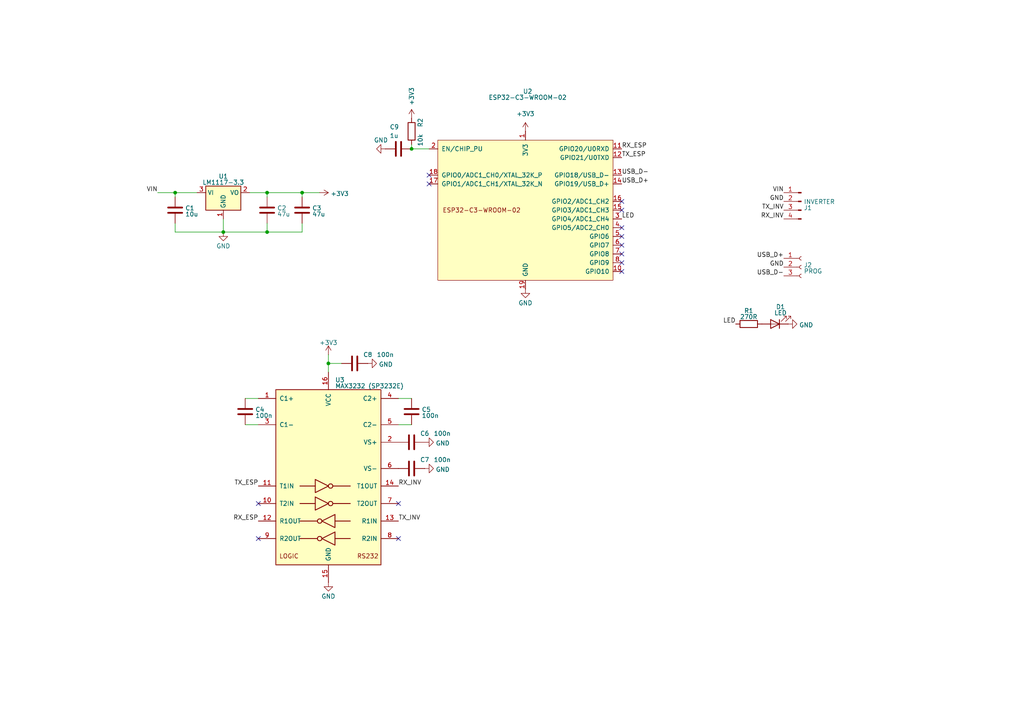
<source format=kicad_sch>
(kicad_sch (version 20231120) (generator "eeschema") (generator_version "8.0")
  (paper "A4")
  (lib_symbols
    (symbol "Connector:Conn_01x03_Socket" (pin_names (offset 1.016) hide)
      (property "Reference" "J" (at 0 5.08 0))
      (property "Value" "Conn_01x03_Socket" (at 0 -5.08 0))
      (symbol "Conn_01x03_Socket_1_1"
        (arc (start 0 -2.032) (mid -0.5058 -2.54) (end 0 -3.048) (stroke (width 0.1524)))
        (polyline (pts (xy -1.27 -2.54) (xy -0.508 -2.54)) (stroke (width 0.1524)))
        (polyline (pts (xy -1.27 0) (xy -0.508 0)) (stroke (width 0.1524)))
        (polyline (pts (xy -1.27 2.54) (xy -0.508 2.54)) (stroke (width 0.1524)))
        (arc (start 0 0.508) (mid -0.5058 0) (end 0 -0.508) (stroke (width 0.1524)))
        (arc (start 0 3.048) (mid -0.5058 2.54) (end 0 2.032) (stroke (width 0.1524)))
        (pin passive line (at -5.08 2.54 0) (length 3.81) (name "Pin_1") (number "1"))
        (pin passive line (at -5.08 0 0) (length 3.81) (name "Pin_2") (number "2"))
        (pin passive line (at -5.08 -2.54 0) (length 3.81) (name "Pin_3") (number "3"))
      )
    )
    (symbol "Connector:Conn_01x04_Pin" (pin_names (offset 1.016) hide)
      (property "Reference" "J" (at 0 5.08 0))
      (property "Value" "Conn_01x04_Pin" (at 0 -7.62 0))
      (symbol "Conn_01x04_Pin_1_1"
        (polyline (pts (xy 1.27 -5.08) (xy 0.8636 -5.08)) (stroke (width 0.1524)))
        (polyline (pts (xy 1.27 -2.54) (xy 0.8636 -2.54)) (stroke (width 0.1524)))
        (polyline (pts (xy 1.27 0) (xy 0.8636 0)) (stroke (width 0.1524)))
        (polyline (pts (xy 1.27 2.54) (xy 0.8636 2.54)) (stroke (width 0.1524)))
        (rectangle (start 0.8636 -4.953) (end 0 -5.207) (stroke (width 0.1524)) (fill (type outline)))
        (rectangle (start 0.8636 -2.413) (end 0 -2.667) (stroke (width 0.1524)) (fill (type outline)))
        (rectangle (start 0.8636 0.127) (end 0 -0.127) (stroke (width 0.1524)) (fill (type outline)))
        (rectangle (start 0.8636 2.667) (end 0 2.413) (stroke (width 0.1524)) (fill (type outline)))
        (pin passive line (at 5.08 2.54 180) (length 3.81) (name "Pin_1") (number "1"))
        (pin passive line (at 5.08 0 180) (length 3.81) (name "Pin_2") (number "2"))
        (pin passive line (at 5.08 -2.54 180) (length 3.81) (name "Pin_3") (number "3"))
        (pin passive line (at 5.08 -5.08 180) (length 3.81) (name "Pin_4") (number "4"))
      )
    )
    (symbol "Device:C" (pin_numbers hide) (pin_names (offset 0.254))
      (property "Reference" "C" (at 0.635 2.54 0))
      (property "Value" "C" (at 0.635 -2.54 0))
      (symbol "C_0_1"
        (polyline (pts (xy -2.032 -0.762) (xy 2.032 -0.762)) (stroke (width 0.508)))
        (polyline (pts (xy -2.032 0.762) (xy 2.032 0.762)) (stroke (width 0.508)))
      )
      (symbol "C_1_1"
        (pin passive line (at 0 3.81 270) (length 2.794) (name "~") (number "1"))
        (pin passive line (at 0 -3.81 90) (length 2.794) (name "~") (number "2"))
      )
    )
    (symbol "Device:LED" (pin_numbers hide) (pin_names (offset 1.016) hide)
      (property "Reference" "D" (at 0 2.54 0))
      (property "Value" "LED" (at 0 -2.54 0))
      (symbol "LED_0_1"
        (polyline (pts (xy -1.27 -1.27) (xy -1.27 1.27)) (stroke (width 0.254)))
        (polyline (pts (xy -1.27 0) (xy 1.27 0)))
        (polyline (pts (xy 1.27 -1.27) (xy 1.27 1.27) (xy -1.27 0) (xy 1.27 -1.27)) (stroke (width 0.254)))
        (polyline (pts (xy -3.048 -0.762) (xy -4.572 -2.286) (xy -3.81 -2.286) (xy -4.572 -2.286) (xy -4.572 -1.524)))
        (polyline (pts (xy -1.778 -0.762) (xy -3.302 -2.286) (xy -2.54 -2.286) (xy -3.302 -2.286) (xy -3.302 -1.524)))
      )
      (symbol "LED_1_1"
        (pin passive line (at -3.81 0 0) (length 2.54) (name "K") (number "1"))
        (pin passive line (at 3.81 0 180) (length 2.54) (name "A") (number "2"))
      )
    )
    (symbol "Device:R" (pin_numbers hide) (pin_names (offset 0))
      (property "Reference" "R" (at 2.032 0 90))
      (property "Value" "R" (at 0 0 90))
      (symbol "R_0_1"
        (rectangle (start -1.016 -2.54) (end 1.016 2.54) (stroke (width 0.254)))
      )
      (symbol "R_1_1"
        (pin passive line (at 0 3.81 270) (length 1.27) (name "~") (number "1"))
        (pin passive line (at 0 -3.81 90) (length 1.27) (name "~") (number "2"))
      )
    )
    (symbol "Espressif:ESP32-C3-WROOM-02" (pin_names (offset 1.016))
      (property "Reference" "U" (at -25.4 25.4 0))
      (property "Value" "ESP32-C3-WROOM-02" (at -25.4 22.86 0))
      (symbol "ESP32-C3-WROOM-02_0_0"
        (text "ESP32-C3-WROOM-02" (at -12.7 0 0) (effects (font (size 1.27 1.27))))
      )
      (symbol "ESP32-C3-WROOM-02_0_1"
        (rectangle (start 25.4 20.32) (end -25.4 -20.32) (fill (type background)))
      )
      (symbol "ESP32-C3-WROOM-02_1_1"
        (pin power_in line (at 0 22.86 270) (length 2.54) (name "3V3") (number "1"))
        (pin bidirectional line (at 27.94 -17.78 180) (length 2.54) (name "GPIO10") (number "10"))
        (pin bidirectional line (at 27.94 17.78 180) (length 2.54) (name "GPIO20/U0RXD") (number "11"))
        (pin bidirectional line (at 27.94 15.24 180) (length 2.54) (name "GPIO21/U0TXD") (number "12"))
        (pin bidirectional line (at 27.94 10.16 180) (length 2.54) (name "GPIO18/USB_D-") (number "13"))
        (pin bidirectional line (at 27.94 7.62 180) (length 2.54) (name "GPIO19/USB_D+") (number "14"))
        (pin bidirectional line (at 27.94 0 180) (length 2.54) (name "GPIO3/ADC1_CH3") (number "15"))
        (pin bidirectional line (at 27.94 2.54 180) (length 2.54) (name "GPIO2/ADC1_CH2") (number "16"))
        (pin bidirectional line (at -27.94 7.62 0) (length 2.54) (name "GPIO1/ADC1_CH1/XTAL_32K_N") (number "17"))
        (pin bidirectional line (at -27.94 10.16 0) (length 2.54) (name "GPIO0/ADC1_CH0/XTAL_32K_P") (number "18"))
        (pin power_in line (at 0 -22.86 90) (length 2.54) (name "GND") (number "19"))
        (pin input line (at -27.94 17.78 0) (length 2.54) (name "EN/CHIP_PU") (number "2"))
        (pin bidirectional line (at 27.94 -2.54 180) (length 2.54) (name "GPIO4/ADC1_CH4") (number "3"))
        (pin bidirectional line (at 27.94 -5.08 180) (length 2.54) (name "GPIO5/ADC2_CH0") (number "4"))
        (pin bidirectional line (at 27.94 -7.62 180) (length 2.54) (name "GPIO6") (number "5"))
        (pin bidirectional line (at 27.94 -10.16 180) (length 2.54) (name "GPIO7") (number "6"))
        (pin bidirectional line (at 27.94 -12.7 180) (length 2.54) (name "GPIO8") (number "7"))
        (pin bidirectional line (at 27.94 -15.24 180) (length 2.54) (name "GPIO9") (number "8"))
        (pin passive line (at 0 -22.86 90) (length 2.54) hide (name "GND") (number "9"))
      )
    )
    (symbol "Interface_UART:MAX3232" (pin_names (offset 1.016))
      (property "Reference" "U" (at -2.54 28.575 0))
      (property "Value" "MAX3232" (at -2.54 26.67 0))
      (symbol "MAX3232_0_0"
        (text "LOGIC" (at -11.43 -22.86 0) (effects (font (size 1.27 1.27))))
        (text "RS232" (at 11.43 -22.86 0) (effects (font (size 1.27 1.27))))
      )
      (symbol "MAX3232_0_1"
        (rectangle (start -15.24 -25.4) (end 15.24 25.4) (stroke (width 0.254)) (fill (type background)))
        (circle (center -2.54 -17.78) (radius 0.635) (stroke (width 0.254)))
        (circle (center -2.54 -12.7) (radius 0.635) (stroke (width 0.254)))
        (polyline (pts (xy -3.81 -7.62) (xy -8.255 -7.62)) (stroke (width 0.254)))
        (polyline (pts (xy -3.81 -2.54) (xy -8.255 -2.54)) (stroke (width 0.254)))
        (polyline (pts (xy -3.175 -17.78) (xy -8.255 -17.78)) (stroke (width 0.254)))
        (polyline (pts (xy -3.175 -12.7) (xy -8.255 -12.7)) (stroke (width 0.254)))
        (polyline (pts (xy 1.27 -7.62) (xy 6.35 -7.62)) (stroke (width 0.254)))
        (polyline (pts (xy 1.27 -2.54) (xy 6.35 -2.54)) (stroke (width 0.254)))
        (polyline (pts (xy 1.905 -17.78) (xy 6.35 -17.78)) (stroke (width 0.254)))
        (polyline (pts (xy 1.905 -12.7) (xy 6.35 -12.7)) (stroke (width 0.254)))
        (polyline (pts (xy -3.81 -5.715) (xy -3.81 -9.525) (xy 0 -7.62) (xy -3.81 -5.715)) (stroke (width 0.254)))
        (polyline (pts (xy -3.81 -0.635) (xy -3.81 -4.445) (xy 0 -2.54) (xy -3.81 -0.635)) (stroke (width 0.254)))
        (polyline (pts (xy 1.905 -15.875) (xy 1.905 -19.685) (xy -1.905 -17.78) (xy 1.905 -15.875)) (stroke (width 0.254)))
        (polyline (pts (xy 1.905 -10.795) (xy 1.905 -14.605) (xy -1.905 -12.7) (xy 1.905 -10.795)) (stroke (width 0.254)))
        (circle (center 0.635 -7.62) (radius 0.635) (stroke (width 0.254)))
        (circle (center 0.635 -2.54) (radius 0.635) (stroke (width 0.254)))
      )
      (symbol "MAX3232_1_1"
        (pin passive line (at -20.32 22.86 0) (length 5.08) (name "C1+") (number "1"))
        (pin input line (at -20.32 -7.62 0) (length 5.08) (name "T2IN") (number "10"))
        (pin input line (at -20.32 -2.54 0) (length 5.08) (name "T1IN") (number "11"))
        (pin output line (at -20.32 -12.7 0) (length 5.08) (name "R1OUT") (number "12"))
        (pin input line (at 20.32 -12.7 180) (length 5.08) (name "R1IN") (number "13"))
        (pin output line (at 20.32 -2.54 180) (length 5.08) (name "T1OUT") (number "14"))
        (pin power_in line (at 0 -30.48 90) (length 5.08) (name "GND") (number "15"))
        (pin power_in line (at 0 30.48 270) (length 5.08) (name "VCC") (number "16"))
        (pin power_out line (at 20.32 10.16 180) (length 5.08) (name "VS+") (number "2"))
        (pin passive line (at -20.32 15.24 0) (length 5.08) (name "C1-") (number "3"))
        (pin passive line (at 20.32 22.86 180) (length 5.08) (name "C2+") (number "4"))
        (pin passive line (at 20.32 15.24 180) (length 5.08) (name "C2-") (number "5"))
        (pin power_out line (at 20.32 2.54 180) (length 5.08) (name "VS-") (number "6"))
        (pin output line (at 20.32 -7.62 180) (length 5.08) (name "T2OUT") (number "7"))
        (pin input line (at 20.32 -17.78 180) (length 5.08) (name "R2IN") (number "8"))
        (pin output line (at -20.32 -17.78 0) (length 5.08) (name "R2OUT") (number "9"))
      )
    )
    (symbol "Regulator_Linear:LM1117MP-3.3"
      (property "Reference" "U" (at -3.81 3.175 0))
      (property "Value" "LM1117MP-3.3" (at 0 3.175 0))
      (symbol "LM1117MP-3.3_0_1"
        (rectangle (start -5.08 -5.08) (end 5.08 1.905) (stroke (width 0.254)) (fill (type background)))
      )
      (symbol "LM1117MP-3.3_1_1"
        (pin power_in line (at 0 -7.62 90) (length 2.54) (name "GND") (number "1"))
        (pin power_out line (at 7.62 0 180) (length 2.54) (name "VO") (number "2"))
        (pin power_in line (at -7.62 0 0) (length 2.54) (name "VI") (number "3"))
      )
    )
    (symbol "power:+3V3" (power) (pin_numbers hide) (pin_names (offset 0) hide)
      (property "Value" "+3V3" (at 0 3.556 0))
      (symbol "+3V3_0_1"
        (polyline (pts (xy -0.762 1.27) (xy 0 2.54)))
        (polyline (pts (xy 0 0) (xy 0 2.54)))
        (polyline (pts (xy 0 2.54) (xy 0.762 1.27)))
      )
      (symbol "+3V3_1_1"
        (pin power_in line (at 0 0 90) (length 0) (name "~") (number "1"))
      )
    )
    (symbol "power:GND" (power) (pin_numbers hide) (pin_names (offset 0) hide)
      (property "Value" "GND" (at 0 -3.81 0))
      (symbol "GND_0_1"
        (polyline (pts (xy 0 0) (xy 0 -1.27) (xy 1.27 -1.27) (xy 0 -2.54) (xy -1.27 -1.27) (xy 0 -1.27)))
      )
      (symbol "GND_1_1"
        (pin power_in line (at 0 0 270) (length 0) (name "~") (number "1"))
      )
    )
  )
  (junction (at 77.47 55.88))
  (junction (at 50.8 55.88))
  (junction (at 119.38 43.18))
  (junction (at 77.47 67.31))
  (junction (at 64.77 67.31))
  (junction (at 87.63 55.88))
  (junction (at 95.25 105.41))
  (no_connect (at 180.34 73.66))
  (no_connect (at 180.34 71.12))
  (no_connect (at 115.57 146.05))
  (no_connect (at 124.46 50.8))
  (no_connect (at 180.34 76.2))
  (no_connect (at 74.93 146.05))
  (no_connect (at 180.34 68.58))
  (no_connect (at 180.34 66.04))
  (no_connect (at 74.93 156.21))
  (no_connect (at 115.57 156.21))
  (no_connect (at 180.34 58.42))
  (no_connect (at 180.34 60.96))
  (no_connect (at 124.46 53.34))
  (no_connect (at 180.34 78.74))
  (wire (pts (xy 95.25 102.87) (xy 95.25 105.41)))
  (wire (pts (xy 77.47 67.31) (xy 87.63 67.31)))
  (wire (pts (xy 71.12 115.57) (xy 74.93 115.57)))
  (wire (pts (xy 119.38 115.57) (xy 115.57 115.57)))
  (wire (pts (xy 50.8 64.77) (xy 50.8 67.31)))
  (wire (pts (xy 72.39 55.88) (xy 77.47 55.88)))
  (wire (pts (xy 77.47 64.77) (xy 77.47 67.31)))
  (wire (pts (xy 50.8 55.88) (xy 57.15 55.88)))
  (wire (pts (xy 87.63 64.77) (xy 87.63 67.31)))
  (wire (pts (xy 119.38 123.19) (xy 115.57 123.19)))
  (wire (pts (xy 87.63 55.88) (xy 87.63 57.15)))
  (wire (pts (xy 119.38 43.18) (xy 124.46 43.18)))
  (wire (pts (xy 95.25 105.41) (xy 99.06 105.41)))
  (wire (pts (xy 119.38 41.91) (xy 119.38 43.18)))
  (wire (pts (xy 77.47 67.31) (xy 64.77 67.31)))
  (wire (pts (xy 50.8 67.31) (xy 64.77 67.31)))
  (wire (pts (xy 77.47 55.88) (xy 77.47 57.15)))
  (wire (pts (xy 77.47 55.88) (xy 87.63 55.88)))
  (wire (pts (xy 95.25 105.41) (xy 95.25 107.95)))
  (wire (pts (xy 45.72 55.88) (xy 50.8 55.88)))
  (wire (pts (xy 87.63 55.88) (xy 92.71 55.88)))
  (wire (pts (xy 71.12 123.19) (xy 74.93 123.19)))
  (wire (pts (xy 64.77 63.5) (xy 64.77 67.31)))
  (wire (pts (xy 50.8 55.88) (xy 50.8 57.15)))
  (label "VIN" (at 45.72 55.88 180))
  (label "USB_D-" (at 180.34 50.8 0))
  (label "USB_D+" (at 180.34 53.34 0))
  (label "GND" (at 227.33 58.42 180))
  (label "USB_D-" (at 227.33 80.01 180))
  (label "LED" (at 213.36 93.98 180))
  (label "TX_INV" (at 227.33 60.96 180))
  (label "TX_INV" (at 115.57 151.13 0))
  (label "LED" (at 180.34 63.5 0))
  (label "RX_INV" (at 115.57 140.97 0))
  (label "VIN" (at 227.33 55.88 180))
  (label "TX_ESP" (at 74.93 140.97 180))
  (label "TX_ESP" (at 180.34 45.72 0))
  (label "USB_D+" (at 227.33 74.93 180))
  (label "RX_ESP" (at 74.93 151.13 180))
  (label "RX_ESP" (at 180.34 43.18 0))
  (label "RX_INV" (at 227.33 63.5 180))
  (label "GND" (at 227.33 77.47 180))
  (symbol (lib_id "Device:C") (at 71.12 119.38 0) (unit 1)
    (property "Reference" "C4" (at 74.041 118.7855 0) (effects (justify left)))
    (property "Value" "100n" (at 74.041 120.5477 0) (effects (justify left)))
    (property "Footprint" "Capacitor_SMD:C_0805_2012Metric_Pad1.18x1.45mm_HandSolder" (effects (hide yes)))
    (property "Description" "Unpolarized capacitor" (effects (hide yes)))
  )
  (symbol (lib_id "Device:C") (at 77.47 60.96 0) (unit 1)
    (property "Reference" "C2" (at 80.391 60.3655 0) (effects (justify left)))
    (property "Value" "47u" (at 80.391 62.1277 0) (effects (justify left)))
    (property "Footprint" "Capacitor_SMD:C_0805_2012Metric_Pad1.18x1.45mm_HandSolder" (effects (hide yes)))
    (property "Description" "Unpolarized capacitor" (effects (hide yes)))
  )
  (symbol (lib_id "Device:C") (at 50.8 60.96 0) (unit 1)
    (property "Reference" "C1" (at 53.721 60.3655 0) (effects (justify left)))
    (property "Value" "10u" (at 53.721 62.1277 0) (effects (justify left)))
    (property "Footprint" "Capacitor_SMD:C_0805_2012Metric_Pad1.18x1.45mm_HandSolder" (effects (hide yes)))
    (property "Description" "Unpolarized capacitor" (effects (hide yes)))
  )
  (symbol (lib_id "Device:C") (at 87.63 60.96 0) (unit 1)
    (property "Reference" "C3" (at 90.551 60.3655 0) (effects (justify left)))
    (property "Value" "47u" (at 90.551 62.1277 0) (effects (justify left)))
    (property "Footprint" "Capacitor_SMD:C_0805_2012Metric_Pad1.18x1.45mm_HandSolder" (effects (hide yes)))
    (property "Description" "Unpolarized capacitor" (effects (hide yes)))
  )
  (symbol (lib_id "Interface_UART:MAX3232") (at 95.25 138.43 0) (unit 1)
    (property "Reference" "U3" (at 97.2059 110.1979 0) (effects (justify left)))
    (property "Value" "MAX3232 (SP3232E)" (at 97.2059 111.9601 0) (effects (justify left)))
    (property "Footprint" "Package_SO:SOIC-16_3.9x9.9mm_P1.27mm" (effects (hide yes)))
    (property "Datasheet" "https://datasheets.maximintegrated.com/en/ds/MAX3222-MAX3241.pdf" (effects (hide yes)))
    (property "Description" "3.0V to 5.5V, Low-Power, up to 1Mbps, True RS-232 Transceivers Using Four 0.1μF External Capacitors" (effects (hide yes)))
  )
  (symbol (lib_id "power:GND") (at 123.19 135.89 90) (unit 1)
    (property "Reference" "#PWR0106" (effects (hide yes)))
    (property "Value" "GND" (at 126.365 136.1766 90) (effects (justify right)))
    (property "Description" "Power symbol creates a global label with name \"GND\" , ground" (effects (hide yes)))
  )
  (symbol (lib_id "Device:LED") (at 224.79 93.98 180) (unit 1)
    (property "Reference" "D1" (at 226.3775 88.9889 0))
    (property "Value" "LED" (at 226.3775 90.7511 0))
    (property "Footprint" "Connector_PinHeader_2.54mm:PinHeader_1x02_P2.54mm_Vertical" (effects (hide yes)))
    (property "Description" "Light emitting diode" (effects (hide yes)))
  )
  (symbol (lib_id "power:+3V3") (at 95.25 102.87 0) (unit 1)
    (property "Reference" "#PWR0101" (effects (hide yes)))
    (property "Value" "+3V3" (at 95.25 99.3871 0))
    (property "Description" "Power symbol creates a global label with name \"+3V3\"" (effects (hide yes)))
  )
  (symbol (lib_id "power:GND") (at 95.25 168.91 0) (unit 1)
    (property "Reference" "#PWR05" (effects (hide yes)))
    (property "Value" "GND" (at 95.25 172.9661 0))
    (property "Description" "Power symbol creates a global label with name \"GND\" , ground" (effects (hide yes)))
  )
  (symbol (lib_id "Regulator_Linear:LM1117MP-3.3") (at 64.77 55.88 0) (unit 1)
    (property "Reference" "U1" (at 64.77 51.1429 0))
    (property "Value" "LM1117-3.3" (at 64.77 52.9051 0))
    (property "Footprint" "Package_TO_SOT_SMD:SOT-223-3_TabPin2" (effects (hide yes)))
    (property "Datasheet" "http://www.ti.com/lit/ds/symlink/lm1117.pdf" (effects (hide yes)))
    (property "Description" "800mA Low-Dropout Linear Regulator, 3.3V fixed output, SOT-223" (effects (hide yes)))
  )
  (symbol (lib_id "Device:R") (at 217.17 93.98 90) (unit 1)
    (property "Reference" "R1" (at 217.17 90.1319 90))
    (property "Value" "270R" (at 217.17 91.8941 90))
    (property "Footprint" "Resistor_SMD:R_0805_2012Metric_Pad1.20x1.40mm_HandSolder" (effects (hide yes)))
    (property "Description" "Resistor" (effects (hide yes)))
  )
  (symbol (lib_id "Connector:Conn_01x03_Socket") (at 232.41 77.47 0) (unit 1)
    (property "Reference" "J2" (at 233.1212 76.8755 0) (effects (justify left)))
    (property "Value" "PROG" (at 233.1212 78.6377 0) (effects (justify left)))
    (property "Footprint" "Connector_PinHeader_2.54mm:PinHeader_1x03_P2.54mm_Vertical" (effects (hide yes)))
    (property "Description" "Generic connector, single row, 01x03, script generated" (effects (hide yes)))
  )
  (symbol (lib_id "Espressif:ESP32-C3-WROOM-02") (at 152.4 60.96 0) (unit 1)
    (property "Reference" "U2" (at 153.035 26.5049 0))
    (property "Value" "ESP32-C3-WROOM-02" (at 153.035 28.2671 0))
    (property "Footprint" "PCM_Espressif:ESP32-C3-WROOM-02" (effects (hide yes)))
    (property "Datasheet" "https://www.espressif.com/sites/default/files/documentation/esp32-c3-wroom-02_datasheet_en.pdf" (effects (hide yes)))
    (property "Description" "ESP32-C3-WROOM-02 is a general-purpose Wi-Fi and Bluetooth LE module. This module features a rich set of peripherals and high performance, which makes it an ideal choice for smart home, industrial automation, health care, consumer electronics, etc." (effects (hide yes)))
  )
  (symbol (lib_id "power:+3V3") (at 152.4 38.1 0) (unit 1)
    (property "Reference" "#PWR04" (effects (hide yes)))
    (property "Value" "+3V3" (at 152.4 33.02 0))
    (property "Description" "Power symbol creates a global label with name \"+3V3\"" (effects (hide yes)))
  )
  (symbol (lib_id "power:GND") (at 64.77 67.31 0) (unit 1)
    (property "Reference" "#PWR03" (effects (hide yes)))
    (property "Value" "GND" (at 64.77 71.3661 0))
    (property "Description" "Power symbol creates a global label with name \"GND\" , ground" (effects (hide yes)))
  )
  (symbol (lib_id "power:GND") (at 123.19 128.27 90) (unit 1)
    (property "Reference" "#PWR0102" (effects (hide yes)))
    (property "Value" "GND" (at 126.365 128.5566 90) (effects (justify right)))
    (property "Description" "Power symbol creates a global label with name \"GND\" , ground" (effects (hide yes)))
  )
  (symbol (lib_id "Device:C") (at 119.38 119.38 0) (unit 1)
    (property "Reference" "C5" (at 122.301 118.7855 0) (effects (justify left)))
    (property "Value" "100n" (at 122.301 120.5477 0) (effects (justify left)))
    (property "Footprint" "Capacitor_SMD:C_0805_2012Metric_Pad1.18x1.45mm_HandSolder" (effects (hide yes)))
    (property "Description" "Unpolarized capacitor" (effects (hide yes)))
  )
  (symbol (lib_id "Device:C") (at 115.57 43.18 270) (unit 1)
    (property "Reference" "C9" (at 113.03 36.83 90) (effects (justify left)))
    (property "Value" "1u" (at 113.03 39.37 90) (effects (justify left)))
    (property "Footprint" "Capacitor_SMD:C_0805_2012Metric_Pad1.18x1.45mm_HandSolder" (effects (hide yes)))
    (property "Description" "Unpolarized capacitor" (effects (hide yes)))
  )
  (symbol (lib_id "power:+3V3") (at 119.38 34.29 0) (unit 1)
    (property "Reference" "#PWR07" (effects (hide yes)))
    (property "Value" "+3V3" (at 119.38 27.94 90))
    (property "Description" "Power symbol creates a global label with name \"+3V3\"" (effects (hide yes)))
  )
  (symbol (lib_id "Device:C") (at 119.38 135.89 90) (unit 1)
    (property "Reference" "C7" (at 123.19 133.35 90))
    (property "Value" "100n" (at 128.27 133.35 90))
    (property "Footprint" "Capacitor_SMD:C_0805_2012Metric_Pad1.18x1.45mm_HandSolder" (effects (hide yes)))
    (property "Description" "Unpolarized capacitor" (effects (hide yes)))
  )
  (symbol (lib_id "power:GND") (at 228.6 93.98 90) (unit 1)
    (property "Reference" "#PWR0105" (effects (hide yes)))
    (property "Value" "GND" (at 231.775 94.2666 90) (effects (justify right)))
    (property "Description" "Power symbol creates a global label with name \"GND\" , ground" (effects (hide yes)))
  )
  (symbol (lib_id "Device:C") (at 119.38 128.27 90) (unit 1)
    (property "Reference" "C6" (at 123.19 125.73 90))
    (property "Value" "100n" (at 128.27 125.73 90))
    (property "Footprint" "Capacitor_SMD:C_0805_2012Metric_Pad1.18x1.45mm_HandSolder" (effects (hide yes)))
    (property "Description" "Unpolarized capacitor" (effects (hide yes)))
  )
  (symbol (lib_id "Connector:Conn_01x04_Pin") (at 232.41 58.42 0) (mirror y) (unit 1)
    (property "Reference" "J1" (at 233.1212 60.2845 0) (effects (justify right)))
    (property "Value" "INVERTER" (at 233.1212 58.5223 0) (effects (justify right)))
    (property "Footprint" "Connector_PinHeader_2.54mm:PinHeader_1x04_P2.54mm_Vertical" (effects (hide yes)))
    (property "Description" "Generic connector, single row, 01x04, script generated" (effects (hide yes)))
  )
  (symbol (lib_id "Device:C") (at 102.87 105.41 90) (unit 1)
    (property "Reference" "C8" (at 106.68 102.87 90))
    (property "Value" "100n" (at 111.76 102.87 90))
    (property "Footprint" "Capacitor_SMD:C_0805_2012Metric_Pad1.18x1.45mm_HandSolder" (effects (hide yes)))
    (property "Description" "Unpolarized capacitor" (effects (hide yes)))
  )
  (symbol (lib_id "power:GND") (at 152.4 83.82 0) (unit 1)
    (property "Reference" "#PWR0104" (effects (hide yes)))
    (property "Value" "GND" (at 152.4 87.8761 0))
    (property "Description" "Power symbol creates a global label with name \"GND\" , ground" (effects (hide yes)))
  )
  (symbol (lib_id "power:+3V3") (at 92.71 55.88 270) (unit 1)
    (property "Reference" "#PWR02" (effects (hide yes)))
    (property "Value" "+3V3" (at 95.885 56.1666 90) (effects (justify left)))
    (property "Description" "Power symbol creates a global label with name \"+3V3\"" (effects (hide yes)))
  )
  (symbol (lib_id "power:GND") (at 106.68 105.41 90) (unit 1)
    (property "Reference" "#PWR0103" (effects (hide yes)))
    (property "Value" "GND" (at 109.855 105.6966 90) (effects (justify right)))
    (property "Description" "Power symbol creates a global label with name \"GND\" , ground" (effects (hide yes)))
  )
  (symbol (lib_id "power:GND") (at 111.76 43.18 270) (unit 1)
    (property "Reference" "#PWR06" (effects (hide yes)))
    (property "Value" "GND" (at 110.49 40.64 90))
    (property "Description" "Power symbol creates a global label with name \"GND\" , ground" (effects (hide yes)))
  )
  (symbol (lib_id "Device:R") (at 119.38 38.1 0) (unit 1)
    (property "Reference" "R2" (at 121.92 35.56 90))
    (property "Value" "10k" (at 121.92 40.64 90))
    (property "Footprint" "Resistor_SMD:R_0805_2012Metric_Pad1.20x1.40mm_HandSolder" (effects (hide yes)))
    (property "Description" "Resistor" (effects (hide yes)))
  )
)
</source>
